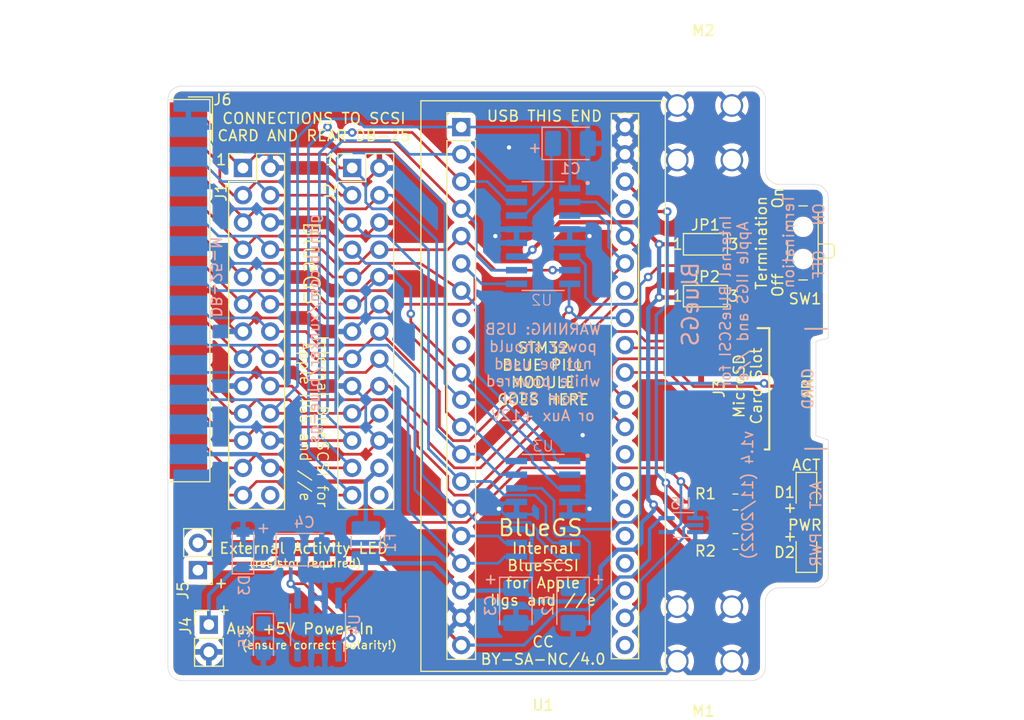
<source format=kicad_pcb>
(kicad_pcb (version 20211014) (generator pcbnew)
  (layers (0 "F.Cu" signal) (31 "B.Cu" signal) (34 "B.Paste" user) (35 "F.Paste" user) (36 "B.SilkS" user "B.Silkscreen") (37 "F.SilkS" user "F.Silkscreen") (38 "B.Mask" user) (39 "F.Mask" user) (44 "Edge.Cuts" user))
  (net 0 "")
  (net 12 "+5V")
  (net 13 "GND")
  (net 14 "/SCSI_DB4")
  (net 15 "/SCSI_DB2")
  (net 16 "/SCSI_DB1")
  (net 17 "/SCSI_DBP")
  (net 18 "/SCSI_SEL")
  (net 19 "/SCSI_ATN")
  (net 20 "/SCSI_C_D")
  (net 21 "/SCSI_DB7")
  (net 22 "/SCSI_DB6")
  (net 23 "/SCSI_DB5")
  (net 24 "/SCSI_DB3")
  (net 25 "/SCSI_DB0")
  (net 26 "/SCSI_BSY")
  (net 27 "/SCSI_ACK")
  (net 28 "/SCSI_RST")
  (net 29 "/SCSI_I_O")
  (net 30 "/SCSI_MSG")
  (net 31 "/SCSI_REQ")
  (net 32 "/SD_MISO")
  (net 33 "/SD_CSK")
  (net 34 "+3V3")
  (net 35 "/SD_MOSI")
  (net 36 "/SD_CS")
  (net 39 "Net-(D2-Pad2)")
  (net 40 "Net-(C1-Pad1)")
  (net 41 "Net-(C2-Pad1)")
  (net 42 "/TERM_DISC")
  (net 43 "Net-(D1-Pad1)")
  (net 44 "/DEBUG_RX")
  (net 45 "/DEBUG_TX")
  (net 46 "/+5V_AUX")
  (net 47 "Net-(C5-Pad1)")
  (net 48 "/TERM_EN")
  (net 49 "/TERM_DIS")
  (net 50 "/DISK_ACT")
  (net 51 "/SCSI_TERMPWR")
  (net 52 "Net-(D1-Pad2)")
  (footprint "my library:YAAJ_BluePill_2" (layer "F.Cu") (at 152.4 50.8)
    (fp_text reference "U1")
    (fp_text value "YAAJ_BluePill" hide)
  )
  (footprint "Button_Switch_SMD:SW_SPDT_PCM12" (layer "F.Cu") (at 183.896 61.595 90)
    (fp_text reference "SW1")
    (fp_text value "SW_SPDT")
  )
  (footprint "Resistor_SMD:R_0805_2012Metric_Pad1.20x1.40mm_HandSolder" (layer "F.Cu") (at 177.927 89.408 180)
    (fp_text reference "R2")
    (fp_text value "1K")
  )
  (footprint "LED_SMD:LED_0805_2012Metric_Pad1.15x1.40mm_HandSolder" (layer "F.Cu") (at 184.531 84.836 -90)
    (fp_text reference "D1")
    (fp_text value "LED")
  )
  (footprint "Jumper:SolderJumper-3_P1.3mm_Open_Pad1.0x1.5mm_NumberLabels" (layer "F.Cu") (at 175.133 66.548)
    (fp_text reference "JP2")
    (fp_text value "Jumper_3_Open")
  )
  (footprint "Jumper:SolderJumper-3_P1.3mm_Open_Pad1.0x1.5mm_NumberLabels" (layer "F.Cu") (at 175.133 61.722)
    (fp_text reference "JP1")
    (fp_text value "Jumper_3_Open")
  )
  (footprint "Resistor_SMD:R_0805_2012Metric_Pad1.20x1.40mm_HandSolder" (layer "F.Cu") (at 177.927 85.725)
    (fp_text reference "R1")
    (fp_text value "100")
  )
  (footprint "Connector_PinHeader_2.54mm:PinHeader_2x13_P2.54mm_Vertical" (layer "F.Cu") (at 132.08 54.61)
    (fp_text reference "J1")
    (fp_text value "Conn_02x13_Odd_Even")
  )
  (footprint "Connector_PinHeader_2.54mm:PinHeader_2x13_P2.54mm_Vertical" (layer "F.Cu") (at 142.24 54.61)
    (fp_text reference "J2")
    (fp_text value "Conn_02x13_Odd_Even")
  )
  (footprint "Connector_PinHeader_2.54mm:PinHeader_1x02_P2.54mm_Vertical" (layer "F.Cu") (at 128.905 97.155)
    (fp_text reference "J4")
    (fp_text value "Conn_01x02_Male")
  )
  (footprint "Connector_PinHeader_2.54mm:PinHeader_1x02_P2.54mm_Vertical" (layer "F.Cu") (at 127.889 92.075 180)
    (fp_text reference "J5")
    (fp_text value "Conn_01x02_Male")
  )
  (footprint "my library:keystone-7774" (layer "F.Cu") (at 180.771 100.561 180)
    (fp_text reference "M1")
    (fp_text value "Screw_Terminal_01x01")
  )
  (footprint "my library:keystone-7774" (layer "F.Cu") (at 180.771 53.871 180)
    (fp_text reference "M2")
    (fp_text value "Screw_Terminal_01x01")
  )
  (footprint "LED_SMD:LED_0805_2012Metric_Pad1.15x1.40mm_HandSolder" (layer "F.Cu") (at 184.531 90.424 90)
    (fp_text reference "D2")
    (fp_text value "LED")
  )
  (footprint "Molex 105162-0001:105162-0001" (layer "F.Cu") (at 174.625 75.184 90)
    (fp_text reference "J3")
    (fp_text value "105162-0001")
  )
  (footprint "Connector_Dsub:DSUB-25_Male_EdgeMount_P2.77mm" (layer "F.Cu") (at 127 66.04 -90)
    (fp_text reference "J6")
    (fp_text value "DB25_Male")
  )
  (footprint "Capacitor_Tantalum_SMD:CP_EIA-3528-21_Kemet-B_Pad1.50x2.35mm_HandSolder" (layer "B.Cu") (at 162.56 52.324)
    (fp_text reference "C1")
    (fp_text value "2.2uF, 6.3v")
  )
  (footprint "my library:SOIC127P600X175-16N" (layer "B.Cu") (at 160.02 86.36 180)
    (fp_text reference "U3")
    (fp_text value "UC560x, UCC56xx")
  )
  (footprint "Capacitor_Tantalum_SMD:CP_EIA-3528-21_Kemet-B_Pad1.50x2.35mm_HandSolder" (layer "B.Cu") (at 157.48 95.377 -90)
    (fp_text reference "C3")
    (fp_text value "4.7uF, 6.3v")
  )
  (footprint "Capacitor_Tantalum_SMD:CP_EIA-3528-21_Kemet-B_Pad1.50x2.35mm_HandSolder" (layer "B.Cu") (at 162.814 95.377 -90)
    (fp_text reference "C2")
    (fp_text value "2.2uF, 6.3v")
  )
  (footprint "my library:SOIC127P600X175-16N" (layer "B.Cu") (at 160.02 60.96 180)
    (fp_text reference "U2")
    (fp_text value "UC560x, UCC56xx")
  )
  (footprint "Fuse:Fuse_1210_3225Metric" (layer "B.Cu") (at 143.51 89.535 90)
    (fp_text reference "F1")
    (fp_text value "Fuse")
  )
  (footprint "Package_TO_SOT_SMD:SOT-353_SC-70-5_Handsoldering" (layer "B.Cu") (at 172.847 87.884 180)
    (fp_text reference "U5")
    (fp_text value "NL17SZ07DFT2G")
  )
  (footprint "Capacitor_Tantalum_SMD:CP_EIA-3528-21_Kemet-B_Pad1.50x2.35mm_HandSolder" (layer "B.Cu") (at 137.795 90.17)
    (fp_text reference "C4")
    (fp_text value "1uF")
  )
  (footprint "Diode_SMD:D_SOD-123" (layer "B.Cu") (at 132.08 90.17 90)
    (fp_text reference "D3")
    (fp_text value "Zener 5.6v")
  )
  (footprint "Capacitor_Tantalum_SMD:CP_EIA-3216-10_Kemet-I" (layer "B.Cu") (at 133.985 98.425 -90)
    (fp_text reference "C5")
    (fp_text value "0.1uF")
  )
  (footprint "Package_SO:SOIC-8_3.9x4.9mm_P1.27mm" (layer "B.Cu") (at 139.065 97.155 90)
    (fp_text reference "U4")
    (fp_text value "UCC3916")
  )
  (gr_line (start 184.404 69.596) (end 186.436 69.596) (layer "B.SilkS") (width 0.15))
  (gr_line (start 184.404 80.772) (end 186.436 80.772) (layer "B.SilkS") (width 0.15))
  (gr_line (start 184.404 80.772) (end 186.436 80.772) (layer "F.SilkS") (width 0.15))
  (gr_line (start 184.404 69.596) (end 186.436 69.596) (layer "F.SilkS") (width 0.15))
  (gr_line (start 186.563 79.9465) (end 186.563 92.456) (layer "Edge.Cuts") (width 0.05))
  (gr_line (start 125.095 101.092) (end 125.095 48.26) (layer "Edge.Cuts") (width 0.05))
  (gr_line (start 181.991 56.134) (end 185.293 56.134) (layer "Edge.Cuts") (width 0.05))
  (gr_line (start 180.721 94.996) (end 180.721 101.092) (layer "Edge.Cuts") (width 0.05))
  (gr_arc (start 185.293 56.134) (mid 186.191026 56.505974) (end 186.563 57.404) (layer "Edge.Cuts") (width 0.05))
  (gr_arc (start 186.563 92.456) (mid 186.191026 93.354026) (end 185.293 93.726) (layer "Edge.Cuts") (width 0.05))
  (gr_arc (start 181.991 56.134) (mid 181.092974 55.762026) (end 180.721 54.864) (layer "Edge.Cuts") (width 0.05))
  (gr_line (start 180.721 48.26) (end 180.721 54.864) (layer "Edge.Cuts") (width 0.05))
  (gr_arc (start 180.721 94.996) (mid 181.092974 94.097974) (end 181.991 93.726) (layer "Edge.Cuts") (width 0.05))
  (gr_line (start 181.991 93.726) (end 185.293 93.726) (layer "Edge.Cuts") (width 0.05))
  (gr_line (start 126.365 46.99) (end 179.451 46.99) (layer "Edge.Cuts") (width 0.05))
  (gr_line (start 179.451 102.362) (end 126.365 102.362) (layer "Edge.Cuts") (width 0.05))
  (gr_arc (start 126.365 102.362) (mid 125.466974 101.990026) (end 125.095 101.092) (layer "Edge.Cuts") (width 0.05))
  (gr_line (start 185.42 70.7644) (end 185.42 79.5655) (layer "Edge.Cuts") (width 0.05))
  (gr_arc (start 180.721 101.092) (mid 180.349026 101.990026) (end 179.451 102.362) (layer "Edge.Cuts") (width 0.05))
  (gr_arc (start 125.095 48.26) (mid 125.466974 47.361974) (end 126.365 46.99) (layer "Edge.Cuts") (width 0.05))
  (gr_line (start 186.563 57.404) (end 186.563 70.4596) (layer "Edge.Cuts") (width 0.05))
  (gr_line (start 185.42 70.7644) (end 186.563 70.4596) (layer "Edge.Cuts") (width 0.05))
  (gr_arc (start 179.451 46.99) (mid 180.349026 47.361974) (end 180.721 48.26) (layer "Edge.Cuts") (width 0.05))
  (gr_line (start 186.563 79.9465) (end 185.42 79.5655) (layer "Edge.Cuts") (width 0.05))
  (gr_text "ACT" (at 185.42 85.09 90) (layer "B.SilkS") (effects (font (size 1 1)) (justify mirror)))
  (gr_text "PWR" (at 185.42 90.17 90) (layer "B.SilkS") (effects (font (size 1 1)) (justify mirror)))
  (gr_text "ON   OFF" (at 185.674 61.468 90) (layer "B.SilkS") (effects (font (size 1 1)) (justify mirror)))
  (gr_text "github.com/xunker/blue-gs" (at 138.684 69.596 90) (layer "B.SilkS") (effects (font (size 1 1)) (justify mirror)))
  (gr_text "Internal BlueSCSI for\nApple IIGS and //e" (at 177.8 67.056 90) (layer "B.SilkS") (effects (font (size 1 1)) (justify mirror)))
  (gr_text "+" (at 133.985 88.265 -180) (layer "B.SilkS") (effects (font (size 1 1)) (justify mirror)))
  (gr_text "CARD" (at 184.658 75.184 90) (layer "B.SilkS") (effects (font (size 1 1)) (justify mirror)))
  (gr_text "Termination" (at 182.88 61.468 90) (layer "B.SilkS") (effects (font (size 1 1)) (justify mirror)))
  (gr_text "BlueGS" (at 173.736 67.31 90) (layer "B.SilkS") (effects (font (size 1.5 1.5) (thickness 0.2)) (justify mirror)))
  (gr_text "DB-25-M" (at 129.54 64.77 270) (layer "B.SilkS") (effects (font (size 1 1)) (justify mirror)))
  (gr_text "+" (at 159.258 52.705) (layer "B.SilkS") (effects (font (size 1 1)) (justify mirror)))
  (gr_text "+" (at 155.067 92.964 90) (layer "B.SilkS") (effects (font (size 1 1)) (justify mirror)))
  (gr_text "+" (at 165.1 92.964 90) (layer "B.SilkS") (effects (font (size 1 1)) (justify mirror)))
  (gr_text "WARNING: USB\npower should\nnot be used\nwhile powered\nfrom SCSI\nor Aux +12V" (at 160.02 73.66) (layer "B.SilkS") (effects (font (size 1 1)) (justify mirror)))
  (gr_text "v1.4 (11/2022)" (at 179.07 85.09 90) (layer "B.SilkS") (effects (font (size 1 1)) (justify mirror)))
  (gr_text "Aux +5V Power In" (at 137.414 97.536) (layer "F.SilkS") (effects (font (size 1 1))))
  (gr_text "BlueGS" (at 138.43 63.5 270) (layer "F.SilkS") (effects (font (size 1.5 1.5))))
  (gr_text "+" (at 130.048 93.405 180) (layer "F.SilkS") (effects (font (size 1 1))))
  (gr_text "Internal BlueSCSI for\nApple IIGS and //e\n" (at 138.684 78.232 270) (layer "F.SilkS") (effects (font (size 1 1) (thickness 0.125))))
  (gr_text "PWR" (at 186.055 87.884) (layer "F.SilkS") (effects (font (size 1 1)) (justify right)))
  (gr_text "External Activity LED" (at 129.794 90.043) (layer "F.SilkS") (effects (font (size 1 1)) (justify left)))
  (gr_text "+" (at 183.007 88.9) (layer "F.SilkS") (effects (font (size 1 1))))
  (gr_text "MicroSD\nCard Slot" (at 179.07 74.93 90) (layer "F.SilkS") (effects (font (size 1 1))))
  (gr_text "CARD" (at 184.658 75.184 90) (layer "F.SilkS") (effects (font (size 1 1))))
  (gr_text "CONNECTIONS TO SCSI\nCARD AND REAR DB-25" (at 138.684 50.8) (layer "F.SilkS") (effects (font (size 1 1))))
  (gr_text "On" (at 181.864 57.404 90) (layer "F.SilkS") (effects (font (size 1 1))))
  (gr_text "Termination" (at 180.34 61.595 90) (layer "F.SilkS") (effects (font (size 1 1))))
  (gr_text "Internal\nBlueSCSI\nfor Apple\nIIgs and //e" (at 160.02 92.456) (layer "F.SilkS") (effects (font (size 1 1))))
  (gr_text "STM32\nBLUE PILL\nMODULE\nGOES HERE" (at 160.02 73.787) (layer "F.SilkS") (effects (font (size 1 1))))
  (gr_text "USB THIS END" (at 160.147 49.784) (layer "F.SilkS") (effects (font (size 1 1))))
  (gr_text "CC\nBY-SA-NC/4.0" (at 160.02 99.568) (layer "F.SilkS") (effects (font (size 1 1))))
  (gr_text "(resistor required)" (at 132.588 91.44) (layer "F.SilkS") (effects (font (size 0.75 0.75) (thickness 0.125)) (justify left)))
  (gr_text "+" (at 130.302 95.885 180) (layer "F.SilkS") (effects (font (size 1 1))))
  (gr_text "+" (at 183.007 86.233) (layer "F.SilkS") (effects (font (size 1 1))))
  (gr_text "BlueGS" (at 159.766 88.138) (layer "F.SilkS") (effects (font (size 1.5 1.5) (thickness 0.2))))
  (gr_text "1" (at 130.048 53.848) (layer "F.SilkS") (effects (font (size 1 1))))
  (gr_text "(ensure correct polarity!)" (at 139.192 99.06) (layer "F.SilkS") (effects (font (size 0.75 0.75) (thickness 0.125))))
  (gr_text "ACT" (at 185.928 82.296) (layer "F.SilkS") (effects (font (size 1 1)) (justify right)))
  (gr_text "1" (at 140.208 53.848) (layer "F.SilkS") (effects (font (size 1 1))))
  (gr_text "Off" (at 181.864 65.532 90) (layer "F.SilkS") (effects (font (size 1 1))))
  (segment (start 173.736 89.408) (end 170.307 85.979) (width 0.4) (layer "F.Cu") (net 12))
  (segment (start 159.02532 62.233641) (end 161.58796 59.671001) (width 0.4) (layer "F.Cu") (net 12))
  (segment (start 176.927 89.408) (end 173.736 89.408) (width 0.4) (layer "F.Cu") (net 12))
  (segment (start 161.58796 59.671001) (end 168.764001 59.671001) (width 0.4) (layer "F.Cu") (net 12))
  (segment (start 168.764001 59.671001) (end 170.815 61.722) (width 0.4) (layer "F.Cu") (net 12))
  (segment (start 173.579 66.675) (end 170.814998 66.675) (width 0.4) (layer "F.Cu") (net 12))
  (segment (start 173.833 61.722) (end 170.815 61.722) (width 0.4) (layer "F.Cu") (net 12))
  (segment (start 173.833 66.421) (end 173.579 66.675) (width 0.4) (layer "F.Cu") (net 12))
  (via (at 170.815 61.722) (size 0.8) (drill 0.4) (layers "F.Cu" "B.Cu") (net 12))
  (via (at 170.307 85.979) (size 0.8) (drill 0.4) (layers "F.Cu" "B.Cu") (net 12))
  (via (at 159.02532 62.233641) (size 0.8) (drill 0.4) (layers "F.Cu" "B.Cu") (net 12))
  (via (at 170.814998 66.675) (size 0.8) (drill 0.4) (layers "F.Cu" "B.Cu") (net 12))
  (segment (start 149.86 91.44) (end 152.4 93.98) (width 0.4) (layer "B.Cu") (net 12))
  (segment (start 143.51 92.14) (end 143.51 90.935) (width 0.4) (layer "B.Cu") (net 12))
  (segment (start 143.51 90.805) (end 144.145 90.805) (width 0.4) (layer "B.Cu") (net 12))
  (segment (start 157.545 88.265) (end 158.4265 88.265) (width 0.4) (layer "B.Cu") (net 12))
  (segment (start 157.545 62.865) (end 158.393961 62.865) (width 0.4) (layer "B.Cu") (net 12))
  (segment (start 165.354 93.599) (end 165.354 91.7879) (width 0.4) (layer "B.Cu") (net 12))
  (segment (start 169.164 89.535) (end 169.164 87.687685) (width 0.4) (layer "B.Cu") (net 12))
  (segment (start 157.48 93.752) (end 158.014 93.752) (width 0.4) (layer "B.Cu") (net 12))
  (segment (start 144.78 91.44) (end 149.86 91.44) (width 0.4) (layer "B.Cu") (net 12))
  (segment (start 158.929511 88.768011) (end 158.929511 92.784489) (width 0.4) (layer "B.Cu") (net 12))
  (segment (start 158.929511 92.784489) (end 157.734 93.98) (width 0.4) (layer "B.Cu") (net 12))
  (segment (start 169.799 85.471) (end 170.307 85.979) (width 0.4) (layer "B.Cu") (net 12))
  (segment (start 166.9719 90.17) (end 168.529 90.17) (width 0.4) (layer "B.Cu") (net 12))
  (segment (start 157.734 93.98) (end 152.4 93.98) (width 0.4) (layer "B.Cu") (net 12))
  (segment (start 158.393961 62.865) (end 159.02532 62.233641) (width 0.4) (layer "B.Cu") (net 12))
  (segment (start 158.014 93.752) (end 159.258 94.996) (width 0.4) (layer "B.Cu") (net 12))
  (segment (start 163.957 94.996) (end 165.354 93.599) (width 0.4) (layer "B.Cu") (net 12))
  (segment (start 165.354 91.7879) (end 166.9719 90.17) (width 0.4) (layer "B.Cu") (net 12))
  (segment (start 170.814998 61.722002) (end 170.815 61.722) (width 0.4) (layer "B.Cu") (net 12))
  (segment (start 140.97 94.68) (end 143.51 92.14) (width 0.4) (layer "B.Cu") (net 12))
  (segment (start 159.258 94.996) (end 163.957 94.996) (width 0.4) (layer "B.Cu") (net 12))
  (segment (start 144.145 90.805) (end 144.78 91.44) (width 0.4) (layer "B.Cu") (net 12))
  (segment (start 169.164 87.687685) (end 170.307 86.544685) (width 0.4) (layer "B.Cu") (net 12))
  (segment (start 158.4265 88.265) (end 158.929511 88.768011) (width 0.4) (layer "B.Cu") (net 12))
  (segment (start 170.307 86.544685) (end 170.307 85.979) (width 0.4) (layer "B.Cu") (net 12))
  (segment (start 169.799 67.690998) (end 169.799 85.471) (width 0.4) (layer "B.Cu") (net 12))
  (segment (start 170.814998 66.675) (end 170.814998 61.722002) (width 0.4) (layer "B.Cu") (net 12))
  (segment (start 170.814998 66.675) (end 169.799 67.690998) (width 0.4) (layer "B.Cu") (net 12))
  (segment (start 168.529 90.17) (end 169.164 89.535) (width 0.4) (layer "B.Cu") (net 12))
  (segment (start 134.62 64.77) (end 138.938 64.77) (width 0.25) (layer "F.Cu") (net 13))
  (segment (start 143.002 66.04) (end 144.272 64.77) (width 0.25) (layer "F.Cu") (net 13))
  (segment (start 138.938 64.77) (end 140.208 66.04) (width 0.25) (layer "F.Cu") (net 13))
  (segment (start 140.208 66.04) (end 143.002 66.04) (width 0.25) (layer "F.Cu") (net 13))
  (segment (start 144.272 64.77) (end 144.78 64.77) (width 0.25) (layer "F.Cu") (net 13))
  (segment (start 134.62 54.61) (end 139.954 54.61) (width 0.25) (layer "F.Cu") (net 13))
  (segment (start 139.954 54.61) (end 141.224 55.88) (width 0.25) (layer "F.Cu") (net 13))
  (segment (start 141.224 55.88) (end 143.51 55.88) (width 0.25) (layer "F.Cu") (net 13))
  (segment (start 143.51 55.88) (end 144.78 54.61) (width 0.25) (layer "F.Cu") (net 13))
  (segment (start 132.08 69.85) (end 133.35 68.58) (width 0.25) (layer "F.Cu") (net 13))
  (segment (start 138.176 68.58) (end 139.446 69.85) (width 0.25) (layer "F.Cu") (net 13))
  (segment (start 133.35 68.58) (end 138.176 68.58) (width 0.25) (layer "F.Cu") (net 13))
  (segment (start 139.446 69.85) (end 142.24 69.85) (width 0.25) (layer "F.Cu") (net 13))
  (segment (start 142.24 74.93) (end 138.176 74.93) (width 0.25) (layer "F.Cu") (net 13))
  (segment (start 138.176 74.93) (end 136.906 73.66) (width 0.25) (layer "F.Cu") (net 13))
  (segment (start 136.906 73.66) (end 133.35 73.66) (width 0.25) (layer "F.Cu") (net 13))
  (segment (start 133.35 73.66) (end 132.08 74.93) (width 0.25) (layer "F.Cu") (net 13))
  (segment (start 134.62 80.01) (end 135.636 80.01) (width 0.25) (layer "F.Cu") (net 13))
  (segment (start 135.636 80.01) (end 136.906 81.28) (width 0.25) (layer "F.Cu") (net 13))
  (segment (start 136.906 81.28) (end 143.51 81.28) (width 0.25) (layer "F.Cu") (net 13))
  (segment (start 143.51 81.28) (end 144.78 80.01) (width 0.25) (layer "F.Cu") (net 13))
  (segment (start 134.62 59.69) (end 139.954 59.69) (width 0.25) (layer "F.Cu") (net 13))
  (segment (start 141.224 60.96) (end 143.51 60.96) (width 0.25) (layer "F.Cu") (net 13))
  (segment (start 139.954 59.69) (end 141.224 60.96) (width 0.25) (layer "F.Cu") (net 13))
  (segment (start 143.51 60.96) (end 144.78 59.69) (width 0.25) (layer "F.Cu") (net 13))
  (segment (start 131.445 69.85) (end 130.175 68.58) (width 0.25) (layer "F.Cu") (net 13))
  (segment (start 130.175 68.58) (end 130.175 67.31) (width 0.25) (layer "F.Cu") (net 13))
  (segment (start 130.175 67.31) (end 128.905 66.04) (width 0.25) (layer "F.Cu") (net 13))
  (segment (start 132.08 69.85) (end 131.445 69.85) (width 0.25) (layer "F.Cu") (net 13))
  (segment (start 128.905 66.04) (end 127 66.04) (width 0.25) (layer "F.Cu") (net 13))
  (via (at 164.338 86.36) (size 0.8) (drill 0.4) (layers "F.Cu" "B.Cu") (net 13))
  (via (at 156.845 52.705) (size 0.8) (drill 0.4) (layers "F.Cu" "B.Cu") (net 13))
  (via (at 164.338 60.96) (size 0.8) (drill 0.4) (layers "F.Cu" "B.Cu") (net 13))
  (via (at 155.575 60.96) (size 0.8) (drill 0.4) (layers "F.Cu" "B.Cu") (net 13))
  (via (at 155.9052 86.36) (size 0.8) (drill 0.4) (layers "F.Cu" "B.Cu") (net 13))
  (via (at 163.703 79.502) (size 0.8) (drill 0.4) (layers "F.Cu" "B.Cu") (net 13))
  (segment (start 142.24 74.93) (end 143.51 76.2) (width 0.25) (layer "B.Cu") (net 13))
  (segment (start 143.51 76.2) (end 143.51 78.74) (width 0.25) (layer "B.Cu") (net 13))
  (segment (start 143.51 78.74) (end 144.78 80.01) (width 0.25) (layer "B.Cu") (net 13))
  (segment (start 144.78 64.77) (end 143.51 66.04) (width 0.25) (layer "B.Cu") (net 13))
  (segment (start 143.51 66.04) (end 143.51 68.58) (width 0.25) (layer "B.Cu") (net 13))
  (segment (start 134.62 80.01) (end 133.35 78.74) (width 0.25) (layer "B.Cu") (net 13))
  (segment (start 143.51 68.58) (end 143.4465 68.6435) (width 0.25) (layer "B.Cu") (net 13))
  (segment (start 157.545 60.325) (end 162.495 60.325) (width 0.25) (layer "B.Cu") (net 13))
  (segment (start 130.175 78.74) (end 129.94 78.505) (width 0.25) (layer "B.Cu") (net 13))
  (segment (start 129.54 62.23) (end 127.345 62.23) (width 0.25) (layer "B.Cu") (net 13))
  (segment (start 157.545 86.995) (end 156.5402 86.995) (width 0.25) (layer "B.Cu") (net 13))
  (segment (start 143.51 68.58) (end 146.304 68.58) (width 0.25) (layer "B.Cu") (net 13))
  (segment (start 127.345 62.23) (end 127 61.885) (width 0.25) (layer "B.Cu") (net 13))
  (segment (start 157.545 85.725) (end 156.5402 85.725) (width 0.25) (layer "B.Cu") (net 13))
  (segment (start 130.175 58.42) (end 130.175 57.15) (width 0.25) (layer "B.Cu") (net 13))
  (segment (start 134.62 59.69) (end 133.35 58.42) (width 0.25) (layer "B.Cu") (net 13))
  (segment (start 143.4465 68.6435) (end 142.24 69.85) (width 0.25) (layer "B.Cu") (net 13))
  (segment (start 156.5402 86.995) (end 155.9052 86.36) (width 0.25) (layer "B.Cu") (net 13))
  (segment (start 133.35 78.74) (end 130.175 78.74) (width 0.25) (layer "B.Cu") (net 13))
  (segment (start 134.62 64.77) (end 133.35 63.5) (width 0.25) (layer "B.Cu") (net 13))
  (segment (start 130.175 57.15) (end 129.37 56.345) (width 0.25) (layer "B.Cu") (net 13))
  (segment (start 157.545 85.725) (end 157.545 86.995) (width 0.25) (layer "B.Cu") (net 13))
  (segment (start 129.37 56.345) (end 127 56.345) (width 0.25) (layer "B.Cu") (net 13))
  (segment (start 130.81 63.5) (end 129.54 62.23) (width 0.25) (layer "B.Cu") (net 13))
  (segment (start 174.197 93.745) (end 172.461 95.481) (width 0.25) (layer "B.Cu") (net 13))
  (segment (start 133.35 63.5) (end 130.81 63.5) (width 0.25) (layer "B.Cu") (net 13))
  (segment (start 129.94 78.505) (end 127 78.505) (width 0.25) (layer "B.Cu") (net 13))
  (segment (start 156.5402 85.725) (end 155.9052 86.36) (width 0.25) (layer "B.Cu") (net 13))
  (segment (start 133.35 58.42) (end 130.175 58.42) (width 0.25) (layer "B.Cu") (net 13))
  (segment (start 174.197 88.58) (end 174.197 93.745) (width 0.25) (layer "B.Cu") (net 13))
  (segment (start 134.62 77.47) (end 136.144 77.47) (width 0.25) (layer "F.Cu") (net 14))
  (segment (start 136.144 77.47) (end 137.414 78.74) (width 0.25) (layer "F.Cu") (net 14))
  (segment (start 137.414 78.74) (end 143.51 78.74) (width 0.25) (layer "F.Cu") (net 14))
  (segment (start 143.51 78.74) (end 144.78 77.47) (width 0.25) (layer "F.Cu") (net 14))
  (segment (start 127.465 76.2) (end 133.35 76.2) (width 0.25) (layer "B.Cu") (net 14))
  (segment (start 137.16 74.93) (end 137.16 51.758998) (width 0.25) (layer "B.Cu") (net 14))
  (segment (start 137.16 51.758998) (end 138.880998 50.038) (width 0.25) (layer "B.Cu") (net 14))
  (segment (start 138.880998 50.038) (end 142.621 50.038) (width 0.25) (layer "B.Cu") (net 14))
  (segment (start 152.4 50.8) (end 162.052 50.8) (width 0.25) (layer "B.Cu") (net 14))
  (segment (start 162.495 51.243) (end 162.495 56.515) (width 0.25) (layer "B.Cu") (net 14))
  (segment (start 151.3 50.8) (end 152.4 50.8) (width 0.25) (layer "B.Cu") (net 14))
  (segment (start 127 75.735) (end 127.465 76.2) (width 0.25) (layer "B.Cu") (net 14))
  (segment (start 162.052 50.8) (end 162.495 51.243) (width 0.25) (layer "B.Cu") (net 14))
  (segment (start 133.35 76.2) (end 134.62 77.47) (width 0.25) (layer "B.Cu") (net 14))
  (segment (start 143.383 50.8) (end 151.3 50.8) (width 0.25) (layer "B.Cu") (net 14))
  (segment (start 142.621 50.038) (end 143.383 50.8) (width 0.25) (layer "B.Cu") (net 14))
  (segment (start 134.62 77.47) (end 137.16 74.93) (width 0.25) (layer "B.Cu") (net 14))
  (segment (start 136.62025 74.93) (end 137.89025 76.2) (width 0.25) (layer "F.Cu") (net 15))
  (segment (start 144.272 74.93) (end 144.78 74.93) (width 0.25) (layer "F.Cu") (net 15))
  (segment (start 137.89025 76.2) (end 143.002 76.2) (width 0.25) (layer "F.Cu") (net 15))
  (segment (start 134.62 74.93) (end 136.62025 74.93) (width 0.25) (layer "F.Cu") (net 15))
  (segment (start 143.002 76.2) (end 144.272 74.93) (width 0.25) (layer "F.Cu") (net 15))
  (segment (start 151.765 82.55) (end 154.178 82.55) (width 0.25) (layer "F.Cu") (net 15))
  (segment (start 149.352 78.613) (end 149.352 80.137) (width 0.25) (layer "F.Cu") (net 15))
  (segment (start 163.576 73.152) (end 163.576 69.303002) (width 0.25) (layer "F.Cu") (net 15))
  (segment (start 163.576 69.303002) (end 166.116 66.763002) (width 0.25) (layer "F.Cu") (net 15))
  (segment (start 154.178 82.55) (end 163.576 73.152) (width 0.25) (layer "F.Cu") (net 15))
  (segment (start 166.116 65.024) (end 167.64 63.5) (width 0.25) (layer "F.Cu") (net 15))
  (segment (start 144.78 74.93) (end 145.669 74.93) (width 0.25) (layer "F.Cu") (net 15))
  (segment (start 149.352 80.137) (end 151.765 82.55) (width 0.25) (layer "F.Cu") (net 15))
  (segment (start 166.116 66.763002) (end 166.116 65.024) (width 0.25) (layer "F.Cu") (net 15))
  (segment (start 145.669 74.93) (end 149.352 78.613) (width 0.25) (layer "F.Cu") (net 15))
  (segment (start 166.116 59.944) (end 166.116 61.976) (width 0.25) (layer "B.Cu") (net 15))
  (segment (start 127 72.965) (end 127.695 73.66) (width 0.25) (layer "B.Cu") (net 15))
  (segment (start 162.495 59.055) (end 165.227 59.055) (width 0.25) (layer "B.Cu") (net 15))
  (segment (start 133.35 73.66) (end 134.62 74.93) (width 0.25) (layer "B.Cu") (net 15))
  (segment (start 165.227 59.055) (end 166.116 59.944) (width 0.25) (layer "B.Cu") (net 15))
  (segment (start 166.116 61.976) (end 167.64 63.5) (width 0.25) (layer "B.Cu") (net 15))
  (segment (start 127.695 73.66) (end 133.35 73.66) (width 0.25) (layer "B.Cu") (net 15))
  (segment (start 137.16 72.39) (end 138.43 73.66) (width 0.25) (layer "F.Cu") (net 16))
  (segment (start 138.43 73.66) (end 143.51 73.66) (width 0.25) (layer "F.Cu") (net 16))
  (segment (start 134.62 72.39) (end 137.16 72.39) (width 0.25) (layer "F.Cu") (net 16))
  (segment (start 143.51 73.66) (end 144.78 72.39) (width 0.25) (layer "F.Cu") (net 16))
  (segment (start 144.78 72.39) (end 147.447 75.057) (width 0.25) (layer "B.Cu") (net 16))
  (segment (start 156.464 90.805) (end 157.545 90.805) (width 0.25) (layer "B.Cu") (net 16))
  (segment (start 147.447 86.487) (end 152.4 91.44) (width 0.25) (layer "B.Cu") (net 16))
  (segment (start 152.4 91.44) (end 155.829 91.44) (width 0.25) (layer "B.Cu") (net 16))
  (segment (start 128.778 71.12) (end 133.35 71.12) (width 0.25) (layer "B.Cu") (net 16))
  (segment (start 147.447 75.057) (end 147.447 86.487) (width 0.25) (layer "B.Cu") (net 16))
  (segment (start 133.35 71.12) (end 134.62 72.39) (width 0.25) (layer "B.Cu") (net 16))
  (segment (start 127 70.195) (end 127.853 70.195) (width 0.25) (layer "B.Cu") (net 16))
  (segment (start 127.853 70.195) (end 128.778 71.12) (width 0.25) (layer "B.Cu") (net 16))
  (segment (start 155.829 91.44) (end 156.464 90.805) (width 0.25) (layer "B.Cu") (net 16))
  (segment (start 143.51 71.12) (end 144.78 69.85) (width 0.25) (layer "F.Cu") (net 17))
  (segment (start 134.62 69.85) (end 137.922 69.85) (width 0.25) (layer "F.Cu") (net 17))
  (segment (start 137.922 69.85) (end 139.192 71.12) (width 0.25) (layer "F.Cu") (net 17))
  (segment (start 139.192 71.12) (end 143.51 71.12) (width 0.25) (layer "F.Cu") (net 17))
  (segment (start 153.162 80.01) (end 161.925 71.247) (width 0.25) (layer "F.Cu") (net 17))
  (segment (start 161.925 71.247) (end 161.925 68.326) (width 0.25) (layer "F.Cu") (net 17))
  (segment (start 151.638 80.01) (end 153.162 80.01) (width 0.25) (layer "F.Cu") (net 17))
  (segment (start 161.925 68.326) (end 162.433 67.818) (width 0.25) (layer "F.Cu") (net 17))
  (segment (start 150.368 75.438) (end 150.368 78.74) (width 0.25) (layer "F.Cu") (net 17))
  (segment (start 144.78 69.85) (end 150.368 75.438) (width 0.25) (layer "F.Cu") (net 17))
  (segment (start 150.368 78.74) (end 151.638 80.01) (width 0.25) (layer "F.Cu") (net 17))
  (via (at 162.433 67.818) (size 0.8) (drill 0.4) (layers "F.Cu" "B.Cu") (net 17))
  (segment (start 129.038 68.58) (end 133.35 68.58) (width 0.25) (layer "B.Cu") (net 17))
  (segment (start 127.883 67.425) (end 129.038 68.58) (width 0.25) (layer "B.Cu") (net 17))
  (segment (start 162.433 65.659) (end 162.433 67.818) (width 0.25) (layer "B.Cu") (net 17))
  (segment (start 167.64 68.58) (end 163.195 68.58) (width 0.25) (layer "B.Cu") (net 17))
  (segment (start 162.56 65.532) (end 162.433 65.659) (width 0.25) (layer "B.Cu") (net 17))
  (segment (start 163.195 68.58) (end 162.433 67.818) (width 0.25) (layer "B.Cu") (net 17))
  (segment (start 127 67.425) (end 127.883 67.425) (width 0.25) (layer "B.Cu") (net 17))
  (segment (start 133.35 68.58) (end 134.62 69.85) (width 0.25) (layer "B.Cu") (net 17))
  (segment (start 134.62 67.31) (end 138.43 67.31) (width 0.25) (layer "F.Cu") (net 18))
  (segment (start 138.43 67.31) (end 139.7 68.58) (width 0.25) (layer "F.Cu") (net 18))
  (segment (start 139.7 68.58) (end 143.51 68.58) (width 0.25) (layer "F.Cu") (net 18))
  (segment (start 143.51 68.58) (end 144.78 67.31) (width 0.25) (layer "F.Cu") (net 18))
  (segment (start 151.003 77.343) (end 152.4 78.74) (width 0.25) (layer "F.Cu") (net 18))
  (segment (start 144.78 67.31) (end 151.003 73.533) (width 0.25) (layer "F.Cu") (net 18))
  (segment (start 151.003 73.533) (end 151.003 77.343) (width 0.25) (layer "F.Cu") (net 18))
  (segment (start 153.385 78.74) (end 156.56 81.915) (width 0.25) (layer "B.Cu") (net 18))
  (segment (start 156.56 81.915) (end 157.545 81.915) (width 0.25) (layer "B.Cu") (net 18))
  (segment (start 127.901 64.655) (end 129.286 66.04) (width 0.25) (layer "B.Cu") (net 18))
  (segment (start 133.35 66.04) (end 134.62 67.31) (width 0.25) (layer "B.Cu") (net 18))
  (segment (start 129.286 66.04) (end 133.35 66.04) (width 0.25) (layer "B.Cu") (net 18))
  (segment (start 152.4 78.74) (end 153.385 78.74) (width 0.25) (layer "B.Cu") (net 18))
  (segment (start 127 64.655) (end 127.901 64.655) (width 0.25) (layer "B.Cu") (net 18))
  (segment (start 144.14359 62.23) (end 144.78 62.23) (width 0.25) (layer "F.Cu") (net 19))
  (segment (start 140.716 63.5) (end 142.87359 63.5) (width 0.25) (layer "F.Cu") (net 19))
  (segment (start 134.62 62.23) (end 139.446 62.23) (width 0.25) (layer "F.Cu") (net 19))
  (segment (start 139.446 62.23) (end 140.716 63.5) (width 0.25) (layer "F.Cu") (net 19))
  (segment (start 142.87359 63.5) (end 144.14359 62.23) (width 0.25) (layer "F.Cu") (net 19))
  (segment (start 144.78 62.23) (end 151.13 62.23) (width 0.25) (layer "F.Cu") (net 19))
  (segment (start 152.4 60.96) (end 155.575 64.135) (width 0.25) (layer "F.Cu") (net 19))
  (segment (start 155.575 64.135) (end 160.909 64.135) (width 0.25) (layer "F.Cu") (net 19))
  (segment (start 151.13 62.23) (end 152.4 60.96) (width 0.25) (layer "F.Cu") (net 19))
  (via (at 160.909 64.135) (size 0.8) (drill 0.4) (layers "F.Cu" "B.Cu") (net 19))
  (segment (start 162.495 64.135) (end 160.909 64.135) (width 0.25) (layer "B.Cu") (net 19))
  (segment (start 133.35 60.96) (end 134.62 62.23) (width 0.25) (layer "B.Cu") (net 19))
  (segment (start 127 59.115) (end 127.949 59.115) (width 0.25) (layer "B.Cu") (net 19))
  (segment (start 127.949 59.115) (end 129.794 60.96) (width 0.25) (layer "B.Cu") (net 19))
  (segment (start 129.794 60.96) (end 133.35 60.96) (width 0.25) (layer "B.Cu") (net 19))
  (segment (start 134.62 57.15) (end 139.954 57.15) (width 0.25) (layer "F.Cu") (net 20))
  (segment (start 139.954 57.15) (end 141.224 58.42) (width 0.25) (layer "F.Cu") (net 20))
  (segment (start 141.224 58.42) (end 143.51 58.42) (width 0.25) (layer "F.Cu") (net 20))
  (segment (start 143.51 58.42) (end 144.78 57.15) (width 0.25) (layer "F.Cu") (net 20))
  (segment (start 133.35 55.88) (end 134.62 57.15) (width 0.25) (layer "B.Cu") (net 20))
  (segment (start 145.923 57.15) (end 150.114 61.341) (width 0.25) (layer "B.Cu") (net 20))
  (segment (start 154.051 81.28) (end 155.956 83.185) (width 0.25) (layer "B.Cu") (net 20))
  (segment (start 127.816666 53.575) (end 130.121666 55.88) (width 0.25) (layer "B.Cu") (net 20))
  (segment (start 155.956 83.185) (end 157.545 83.185) (width 0.25) (layer "B.Cu") (net 20))
  (segment (start 130.121666 55.88) (end 133.35 55.88) (width 0.25) (layer "B.Cu") (net 20))
  (segment (start 144.78 57.15) (end 145.923 57.15) (width 0.25) (layer "B.Cu") (net 20))
  (segment (start 150.114 61.341) (end 150.114 78.994) (width 0.25) (layer "B.Cu") (net 20))
  (segment (start 152.4 81.28) (end 154.051 81.28) (width 0.25) (layer "B.Cu") (net 20))
  (segment (start 127 53.575) (end 127.816666 53.575) (width 0.25) (layer "B.Cu") (net 20))
  (segment (start 150.114 78.994) (end 152.4 81.28) (width 0.25) (layer "B.Cu") (net 20))
  (segment (start 141.29301 52.13901) (end 139.954 50.8) (width 0.25) (layer "F.Cu") (net 21))
  (segment (start 136.525 85.09) (end 142.24 85.09) (width 0.25) (layer "F.Cu") (net 21))
  (segment (start 132.08 85.09) (end 133.35 83.82) (width 0.25) (layer "F.Cu") (net 21))
  (segment (start 152.4 58.42) (end 146.11901 52.13901) (width 0.25) (layer "F.Cu") (net 21))
  (segment (start 130.175 85.09) (end 132.08 85.09) (width 0.25) (layer "F.Cu") (net 21))
  (segment (start 135.255 83.82) (end 136.525 85.09) (width 0.25) (layer "F.Cu") (net 21))
  (segment (start 127 82.66) (end 127.745 82.66) (width 0.25) (layer "F.Cu") (net 21))
  (segment (start 133.35 83.82) (end 135.255 83.82) (width 0.25) (layer "F.Cu") (net 21))
  (segment (start 127.745 82.66) (end 130.175 85.09) (width 0.25) (layer "F.Cu") (net 21))
  (segment (start 146.11901 52.13901) (end 141.29301 52.13901) (width 0.25) (layer "F.Cu") (net 21))
  (via (at 139.954 50.8) (size 0.8) (drill 0.4) (layers "F.Cu" "B.Cu") (net 21))
  (segment (start 152.4 58.42) (end 153.797 59.817) (width 0.25) (layer "B.Cu") (net 21))
  (segment (start 155.2067 64.135) (end 157.545 64.135) (width 0.25) (layer "B.Cu") (net 21))
  (segment (start 138.176 52.578) (end 139.954 50.8) (width 0.25) (layer "B.Cu") (net 21))
  (segment (start 153.797 59.817) (end 153.797 62.7253) (width 0.25) (layer "B.Cu") (net 21))
  (segment (start 142.24 85.09) (end 138.176 81.026) (width 0.25) (layer "B.Cu") (net 21))
  (segment (start 138.176 81.026) (end 138.176 52.578) (width 0.25) (layer "B.Cu") (net 21))
  (segment (start 153.797 62.7253) (end 155.2067 64.135) (width 0.25) (layer "B.Cu") (net 21))
  (segment (start 133.35 81.28) (end 135.763 81.28) (width 0.25) (layer "F.Cu") (net 22))
  (segment (start 130.556 82.55) (end 132.08 82.55) (width 0.25) (layer "F.Cu") (net 22))
  (segment (start 127 79.89) (end 127.896 79.89) (width 0.25) (layer "F.Cu") (net 22))
  (segment (start 147.828 51.308) (end 152.4 55.88) (width 0.25) (layer "F.Cu") (net 22))
  (segment (start 132.08 82.55) (end 133.35 81.28) (width 0.25) (layer "F.Cu") (net 22))
  (segment (start 142.24 51.308) (end 147.828 51.308) (width 0.25) (layer "F.Cu") (net 22))
  (segment (start 137.033 82.55) (end 142.24 82.55) (width 0.25) (layer "F.Cu") (net 22))
  (segment (start 135.763 81.28) (end 137.033 82.55) (width 0.25) (layer "F.Cu") (net 22))
  (segment (start 127.896 79.89) (end 130.556 82.55) (width 0.25) (layer "F.Cu") (net 22))
  (via (at 142.24 51.308) (size 0.8) (drill 0.4) (layers "F.Cu" "B.Cu") (net 22))
  (segment (start 142.24 51.308) (end 141.097 51.308) (width 0.25) (layer "B.Cu") (net 22))
  (segment (start 154.813 55.88) (end 156.718 57.785) (width 0.25) (layer "B.Cu") (net 22))
  (segment (start 152.4 55.88) (end 154.813 55.88) (width 0.25) (layer "B.Cu") (net 22))
  (segment (start 141.097 51.308) (end 139.192 53.213) (width 0.25) (layer "B.Cu") (net 22))
  (segment (start 139.192 79.502) (end 142.24 82.55) (width 0.25) (layer "B.Cu") (net 22))
  (segment (start 139.192 53.213) (end 139.192 79.502) (width 0.25) (layer "B.Cu") (net 22))
  (segment (start 156.718 57.785) (end 157.545 57.785) (width 0.25) (layer "B.Cu") (net 22))
  (segment (start 132.08 80.01) (end 133.35 78.74) (width 0.25) (layer "F.Cu") (net 23))
  (segment (start 133.35 78.74) (end 135.89 78.74) (width 0.25) (layer "F.Cu") (net 23))
  (segment (start 137.16 80.01) (end 142.24 80.01) (width 0.25) (layer "F.Cu") (net 23))
  (segment (start 135.89 78.74) (end 137.16 80.01) (width 0.25) (layer "F.Cu") (net 23))
  (segment (start 127 77.12) (end 127.92 77.12) (width 0.25) (layer "F.Cu") (net 23))
  (segment (start 127.92 77.12) (end 130.81 80.01) (width 0.25) (layer "F.Cu") (net 23))
  (segment (start 130.81 80.01) (end 132.08 80.01) (width 0.25) (layer "F.Cu") (net 23))
  (segment (start 142.24 80.01) (end 139.954 77.724) (width 0.25) (layer "B.Cu") (net 23))
  (segment (start 147.574 53.34) (end 152.4 53.34) (width 0.25) (layer "B.Cu") (net 23))
  (segment (start 156.718 56.515) (end 157.545 56.515) (width 0.25) (layer "B.Cu") (net 23))
  (segment (start 153.543 53.34) (end 156.718 56.515) (width 0.25) (layer "B.Cu") (net 23))
  (segment (start 152.4 53.34) (end 153.543 53.34) (width 0.25) (layer "B.Cu") (net 23))
  (segment (start 146.304 52.07) (end 147.574 53.34) (width 0.25) (layer "B.Cu") (net 23))
  (segment (start 141.351 52.07) (end 146.304 52.07) (width 0.25) (layer "B.Cu") (net 23))
  (segment (start 139.954 53.467) (end 141.351 52.07) (width 0.25) (layer "B.Cu") (net 23))
  (segment (start 139.954 77.724) (end 139.954 53.467) (width 0.25) (layer "B.Cu") (net 23))
  (segment (start 132.08 77.47) (end 133.35 76.2) (width 0.25) (layer "F.Cu") (net 24))
  (segment (start 136.398 76.2) (end 137.668 77.47) (width 0.25) (layer "F.Cu") (net 24))
  (segment (start 133.35 76.2) (end 136.398 76.2) (width 0.25) (layer "F.Cu") (net 24))
  (segment (start 137.668 77.47) (end 142.24 77.47) (width 0.25) (layer "F.Cu") (net 24))
  (segment (start 132.08 77.47) (end 131.064 77.47) (width 0.25) (layer "F.Cu") (net 24))
  (segment (start 142.24 77.47) (end 142.767499 77.47) (width 0.25) (layer "F.Cu") (net 24))
  (segment (start 168.91 62.23) (end 167.64 60.96) (width 0.25) (layer "F.Cu") (net 24))
  (segment (start 148.336 80.518) (end 151.13 83.312) (width 0.25) (layer "F.Cu") (net 24))
  (segment (start 151.765 85.09) (end 153.162 85.09) (width 0.25) (layer "F.Cu") (net 24))
  (segment (start 144.037499 76.2) (end 145.287295 76.2) (width 0.25) (layer "F.Cu") (net 24))
  (segment (start 164.592 73.66) (end 164.592 69.699) (width 0.25) (layer "F.Cu") (net 24))
  (segment (start 168.91 66.802) (end 168.91 62.23) (width 0.25) (layer "F.Cu") (net 24))
  (segment (start 142.767499 77.47) (end 144.037499 76.2) (width 0.25) (layer "F.Cu") (net 24))
  (segment (start 153.162 85.09) (end 164.592 73.66) (width 0.25) (layer "F.Cu") (net 24))
  (segment (start 151.13 83.312) (end 151.13 84.455) (width 0.25) (layer "F.Cu") (net 24))
  (segment (start 148.336 79.248705) (end 148.336 80.518) (width 0.25) (layer "F.Cu") (net 24))
  (segment (start 164.592 69.699) (end 166.981 67.31) (width 0.25) (layer "F.Cu") (net 24))
  (segment (start 166.981 67.31) (end 168.402 67.31) (width 0.25) (layer "F.Cu") (net 24))
  (segment (start 131.064 77.47) (end 127.944 74.35) (width 0.25) (layer "F.Cu") (net 24))
  (segment (start 151.13 84.455) (end 151.765 85.09) (width 0.25) (layer "F.Cu") (net 24))
  (segment (start 127.944 74.35) (end 127 74.35) (width 0.25) (layer "F.Cu") (net 24))
  (segment (start 168.402 67.31) (end 168.91 66.802) (width 0.25) (layer "F.Cu") (net 24))
  (segment (start 145.287295 76.2) (end 148.336 79.248705) (width 0.25) (layer "F.Cu") (net 24))
  (segment (start 167.64 60.452) (end 167.64 60.96) (width 0.25) (layer "B.Cu") (net 24))
  (segment (start 164.973 57.785) (end 167.64 60.452) (width 0.25) (layer "B.Cu") (net 24))
  (segment (start 162.495 57.785) (end 164.973 57.785) (width 0.25) (layer "B.Cu") (net 24))
  (segment (start 132.08 72.39) (end 133.35 71.12) (width 0.25) (layer "F.Cu") (net 25))
  (segment (start 133.35 71.12) (end 137.58792 71.12) (width 0.25) (layer "F.Cu") (net 25))
  (segment (start 137.58792 71.12) (end 138.85792 72.39) (width 0.25) (layer "F.Cu") (net 25))
  (segment (start 138.85792 72.39) (end 142.24 72.39) (width 0.25) (layer "F.Cu") (net 25))
  (segment (start 128.5 68.81) (end 127 68.81) (width 0.25) (layer "F.Cu") (net 25))
  (segment (start 132.08 72.39) (end 128.5 68.81) (width 0.25) (layer "F.Cu") (net 25))
  (segment (start 155.829 88.9) (end 156.464 89.535) (width 0.25) (layer "B.Cu") (net 25))
  (segment (start 148.082 73.66) (end 148.082 84.582) (width 0.25) (layer "B.Cu") (net 25))
  (segment (start 143.51 71.12) (end 145.542 71.12) (width 0.25) (layer "B.Cu") (net 25))
  (segment (start 145.542 71.12) (end 148.082 73.66) (width 0.25) (layer "B.Cu") (net 25))
  (segment (start 148.082 84.582) (end 152.4 88.9) (width 0.25) (layer "B.Cu") (net 25))
  (segment (start 156.464 89.535) (end 157.545 89.535) (width 0.25) (layer "B.Cu") (net 25))
  (segment (start 142.24 72.39) (end 143.51 71.12) (width 0.25) (layer "B.Cu") (net 25))
  (segment (start 152.4 88.9) (end 155.829 88.9) (width 0.25) (layer "B.Cu") (net 25))
  (segment (start 132.08 67.31) (end 133.35 66.04) (width 0.25) (layer "F.Cu") (net 26))
  (segment (start 133.35 66.04) (end 138.684 66.04) (width 0.25) (layer "F.Cu") (net 26))
  (segment (start 139.954 67.31) (end 142.24 67.31) (width 0.25) (layer "F.Cu") (net 26))
  (segment (start 138.684 66.04) (end 139.954 67.31) (width 0.25) (layer "F.Cu") (net 26))
  (segment (start 144.027749 66.04) (end 145.415 66.04) (width 0.25) (layer "F.Cu") (net 26))
  (segment (start 153.142501 67.31) (end 153.67 66.782501) (width 0.25) (layer "F.Cu") (net 26))
  (segment (start 153.67 66.782501) (end 153.67 64.77) (width 0.25) (layer "F.Cu") (net 26))
  (segment (start 128.04 63.27) (end 132.08 67.31) (width 0.25) (layer "F.Cu") (net 26))
  (segment (start 153.67 64.77) (end 152.4 63.5) (width 0.25) (layer "F.Cu") (net 26))
  (segment (start 127 63.27) (end 128.04 63.27) (width 0.25) (layer "F.Cu") (net 26))
  (segment (start 146.685 67.31) (end 153.142501 67.31) (width 0.25) (layer "F.Cu") (net 26))
  (segment (start 145.415 66.04) (end 146.685 67.31) (width 0.25) (layer "F.Cu") (net 26))
  (segment (start 142.24 67.31) (end 142.757749 67.31) (width 0.25) (layer "F.Cu") (net 26))
  (segment (start 142.757749 67.31) (end 144.027749 66.04) (width 0.25) (layer "F.Cu") (net 26))
  (segment (start 154.305 65.405) (end 152.4 63.5) (width 0.25) (layer "B.Cu") (net 26))
  (segment (start 157.545 65.405) (end 154.305 65.405) (width 0.25) (layer "B.Cu") (net 26))
  (segment (start 132.08 64.77) (end 133.35 63.5) (width 0.25) (layer "F.Cu") (net 27))
  (segment (start 133.35 63.5) (end 139.192 63.5) (width 0.25) (layer "F.Cu") (net 27))
  (segment (start 140.462 64.77) (end 142.24 64.77) (width 0.25) (layer "F.Cu") (net 27))
  (segment (start 139.192 63.5) (end 140.462 64.77) (width 0.25) (layer "F.Cu") (net 27))
  (segment (start 146.05 63.5) (end 148.59 63.5) (width 0.25) (layer "F.Cu") (net 27))
  (segment (start 144.018 63.5) (end 146.05 63.5) (width 0.25) (layer "F.Cu") (net 27))
  (segment (start 148.59 63.5) (end 152.4 66.04) (width 0.25) (layer "F.Cu") (net 27))
  (segment (start 132.08 64.763334) (end 132.08 64.77) (width 0.25) (layer "F.Cu") (net 27))
  (segment (start 127 60.5) (end 127.816666 60.5) (width 0.25) (layer "F.Cu") (net 27))
  (segment (start 142.748 64.77) (end 144.018 63.5) (width 0.25) (layer "F.Cu") (net 27))
  (segment (start 142.24 64.77) (end 142.748 64.77) (width 0.25) (layer "F.Cu") (net 27))
  (segment (start 127.816666 60.5) (end 132.08 64.763334) (width 0.25) (layer "F.Cu") (net 27))
  (segment (start 152.4 66.04) (end 153.924 67.564) (width 0.25) (layer "B.Cu") (net 27))
  (segment (start 161.036 81.534) (end 161.417 81.915) (width 0.25) (layer "B.Cu") (net 27))
  (segment (start 153.924 73.914) (end 161.036 81.026) (width 0.25) (layer "B.Cu") (net 27))
  (segment (start 161.417 81.915) (end 162.495 81.915) (width 0.25) (layer "B.Cu") (net 27))
  (segment (start 161.036 81.026) (end 161.036 81.534) (width 0.25) (layer "B.Cu") (net 27))
  (segment (start 153.924 67.564) (end 153.924 73.914) (width 0.25) (layer "B.Cu") (net 27))
  (segment (start 132.08 62.23) (end 133.35 60.96) (width 0.25) (layer "F.Cu") (net 28))
  (segment (start 133.35 60.96) (end 139.683949 60.96) (width 0.25) (layer "F.Cu") (net 28))
  (segment (start 139.683949 60.96) (end 140.953949 62.23) (width 0.25) (layer "F.Cu") (net 28))
  (segment (start 140.953949 62.23) (end 142.24 62.23) (width 0.25) (layer "F.Cu") (net 28))
  (segment (start 132.08 61.993334) (end 132.08 62.23) (width 0.25) (layer "F.Cu") (net 28))
  (segment (start 127.816666 57.73) (end 132.08 61.993334) (width 0.25) (layer "F.Cu") (net 28))
  (segment (start 152.4 73.66) (end 147.701 68.961) (width 0.25) (layer "F.Cu") (net 28))
  (segment (start 127 57.73) (end 127.816666 57.73) (width 0.25) (layer "F.Cu") (net 28))
  (segment (start 147.701 68.961) (end 147.701 68.199) (width 0.25) (layer "F.Cu") (net 28))
  (via (at 147.701 68.199) (size 0.8) (drill 0.4) (layers "F.Cu" "B.Cu") (net 28))
  (segment (start 145.542 63.5) (end 147.701 65.659) (width 0.25) (layer "B.Cu") (net 28))
  (segment (start 147.701 65.659) (end 147.701 68.199) (width 0.25) (layer "B.Cu") (net 28))
  (segment (start 152.4 73.66) (end 160.02 81.28) (width 0.25) (layer "B.Cu") (net 28))
  (segment (start 142.24 62.23) (end 143.51 63.5) (width 0.25) (layer "B.Cu") (net 28))
  (segment (start 160.02 81.788) (end 161.417 83.185) (width 0.25) (layer "B.Cu") (net 28))
  (segment (start 161.417 83.185) (end 162.495 83.185) (width 0.25) (layer "B.Cu") (net 28))
  (segment (start 143.51 63.5) (end 145.542 63.5) (width 0.25) (layer "B.Cu") (net 28))
  (segment (start 160.02 81.28) (end 160.02 81.788) (width 0.25) (layer "B.Cu") (net 28))
  (segment (start 132.08 59.69) (end 133.35 58.42) (width 0.25) (layer "F.Cu") (net 29))
  (segment (start 133.35 58.42) (end 140.07959 58.42) (width 0.25) (layer "F.Cu") (net 29))
  (segment (start 140.07959 58.42) (end 141.34959 59.69) (width 0.25) (layer "F.Cu") (net 29))
  (segment (start 141.34959 59.69) (end 142.24 59.69) (width 0.25) (layer "F.Cu") (net 29))
  (segment (start 127 54.96) (end 127.816666 54.96) (width 0.25) (layer "F.Cu") (net 29))
  (segment (start 132.08 59.223334) (end 132.08 59.69) (width 0.25) (layer "F.Cu") (net 29))
  (segment (start 127.816666 54.96) (end 132.08 59.223334) (width 0.25) (layer "F.Cu") (net 29))
  (segment (start 159.512 89.057) (end 161.26 90.805) (width 0.25) (layer "B.Cu") (net 29))
  (segment (start 143.51 60.96) (end 145.542 60.96) (width 0.25) (layer "B.Cu") (net 29))
  (segment (start 148.717 83.185) (end 151.892 86.36) (width 0.25) (layer "B.Cu") (net 29))
  (segment (start 151.892 86.36) (end 152.4 86.36) (width 0.25) (layer "B.Cu") (net 29))
  (segment (start 152.654 86.36) (end 153.924 87.63) (width 0.25) (layer "B.Cu") (net 29))
  (segment (start 161.26 90.805) (end 162.495 90.805) (width 0.25) (layer "B.Cu") (net 29))
  (segment (start 158.780002 87.63) (end 159.512 88.361998) (width 0.25) (layer "B.Cu") (net 29))
  (segment (start 152.4 86.36) (end 152.654 86.36) (width 0.25) (layer "B.Cu") (net 29))
  (segment (start 142.24 59.69) (end 143.51 60.96) (width 0.25) (layer "B.Cu") (net 29))
  (segment (start 148.717 64.135) (end 148.717 83.185) (width 0.25) (layer "B.Cu") (net 29))
  (segment (start 145.542 60.96) (end 148.717 64.135) (width 0.25) (layer "B.Cu") (net 29))
  (segment (start 153.924 87.63) (end 158.780002 87.63) (width 0.25) (layer "B.Cu") (net 29))
  (segment (start 159.512 88.361998) (end 159.512 89.057) (width 0.25) (layer "B.Cu") (net 29))
  (segment (start 132.08 57.15) (end 133.35 55.88) (width 0.25) (layer "F.Cu") (net 30))
  (segment (start 133.35 55.88) (end 139.95259 55.88) (width 0.25) (layer "F.Cu") (net 30))
  (segment (start 139.95259 55.88) (end 141.22259 57.15) (width 0.25) (layer "F.Cu") (net 30))
  (segment (start 141.22259 57.15) (end 142.24 57.15) (width 0.25) (layer "F.Cu") (net 30))
  (segment (start 129.921 54.229) (end 129.921 55.88) (width 0.25) (layer "F.Cu") (net 30))
  (segment (start 127.882 52.19) (end 129.921 54.229) (width 0.25) (layer "F.Cu") (net 30))
  (segment (start 127 52.19) (end 127.882 52.19) (width 0.25) (layer "F.Cu") (net 30))
  (segment (start 129.921 55.88) (end 131.191 57.15) (width 0.25) (layer "F.Cu") (net 30))
  (segment (start 131.191 57.15) (end 132.08 57.15) (width 0.25) (layer "F.Cu") (net 30))
  (segment (start 159.004 81.534) (end 159.004 82.026999) (width 0.25) (layer "B.Cu") (net 30))
  (segment (start 140.843 55.753) (end 140.843 53.721998) (width 0.25) (layer "B.Cu") (net 30))
  (segment (start 152.4 76.2) (end 153.67 76.2) (width 0.25) (layer "B.Cu") (net 30))
  (segment (start 153.67 76.2) (end 159.004 81.534) (width 0.25) (layer "B.Cu") (net 30))
  (segment (start 146.05 53.213) (end 150.876 58.039) (width 0.25) (layer "B.Cu") (net 30))
  (segment (start 150.876 58.039) (end 150.876 74.676) (width 0.25) (layer "B.Cu") (net 30))
  (segment (start 140.843 53.721998) (end 141.351998 53.213) (width 0.25) (layer "B.Cu") (net 30))
  (segment (start 150.876 74.676) (end 152.4 76.2) (width 0.25) (layer "B.Cu") (net 30))
  (segment (start 141.351998 53.213) (end 146.05 53.213) (width 0.25) (layer "B.Cu") (net 30))
  (segment (start 161.432001 84.455) (end 162.495 84.455) (width 0.25) (layer "B.Cu") (net 30))
  (segment (start 142.24 57.15) (end 140.843 55.753) (width 0.25) (layer "B.Cu") (net 30))
  (segment (start 159.004 82.026999) (end 161.432001 84.455) (width 0.25) (layer "B.Cu") (net 30))
  (segment (start 129.286 51.943) (end 131.953 54.61) (width 0.25) (layer "F.Cu") (net 31))
  (segment (start 129.286 50.8) (end 129.286 51.943) (width 0.25) (layer "F.Cu") (net 31))
  (segment (start 133.35 53.34) (end 139.827 53.34) (width 0.25) (layer "F.Cu") (net 31))
  (segment (start 131.953 54.61) (end 132.08 54.61) (width 0.25) (layer "F.Cu") (net 31))
  (segment (start 141.097 54.61) (end 142.24 54.61) (width 0.25) (layer "F.Cu") (net 31))
  (segment (start 139.827 53.34) (end 141.097 54.61) (width 0.25) (layer "F.Cu") (net 31))
  (segment (start 127.906 49.42) (end 129.286 50.8) (width 0.25) (layer "F.Cu") (net 31))
  (segment (start 132.08 54.61) (end 133.35 53.34) (width 0.25) (layer "F.Cu") (net 31))
  (segment (start 127 49.42) (end 127.906 49.42) (width 0.25) (layer "F.Cu") (net 31))
  (segment (start 156.4005 85.09) (end 159.258 85.09) (width 0.25) (layer "B.Cu") (net 31))
  (segment (start 155.1305 83.82) (end 156.4005 85.09) (width 0.25) (layer "B.Cu") (net 31))
  (segment (start 143.51 57.809) (end 144.121 58.42) (width 0.25) (layer "B.Cu") (net 31))
  (segment (start 160.274 86.106) (end 160.274 88.9) (width 0.25) (layer "B.Cu") (net 31))
  (segment (start 149.352 62.249499) (end 149.352 80.772) (width 0.25) (layer "B.Cu") (net 31))
  (segment (start 149.352 80.772) (end 152.4 83.82) (width 0.25) (layer "B.Cu") (net 31))
  (segment (start 160.274 88.9) (end 160.909 89.535) (width 0.25) (layer "B.Cu") (net 31))
  (segment (start 152.4 83.82) (end 155.1305 83.82) (width 0.25) (layer "B.Cu") (net 31))
  (segment (start 160.909 89.535) (end 162.495 89.535) (width 0.25) (layer "B.Cu") (net 31))
  (segment (start 145.522501 58.42) (end 149.352 62.249499) (width 0.25) (layer "B.Cu") (net 31))
  (segment (start 142.24 54.61) (end 143.51 55.88) (width 0.25) (layer "B.Cu") (net 31))
  (segment (start 143.51 55.88) (end 143.51 57.809) (width 0.25) (layer "B.Cu") (net 31))
  (segment (start 159.258 85.09) (end 160.274 86.106) (width 0.25) (layer "B.Cu") (net 31))
  (segment (start 144.121 58.42) (end 145.522501 58.42) (width 0.25) (layer "B.Cu") (net 31))
  (segment (start 171.704 73.66) (end 167.64 73.66) (width 0.25) (layer "F.Cu") (net 32))
  (segment (start 173.652489 75.608489) (end 171.704 73.66) (width 0.25) (layer "F.Cu") (net 32))
  (segment (start 181.965 78.234) (end 181.61 78.234) (width 0.25) (layer "F.Cu") (net 32))
  (segment (start 181.61 78.234) (end 178.984489 75.608489) (width 0.25) (layer "F.Cu") (net 32))
  (segment (start 178.984489 75.608489) (end 173.652489 75.608489) (width 0.25) (layer "F.Cu") (net 32))
  (segment (start 167.024499 72.39) (end 171.45 72.39) (width 0.25) (layer "F.Cu") (net 33))
  (segment (start 166.37 73.044499) (end 167.024499 72.39) (width 0.25) (layer "F.Cu") (net 33))
  (segment (start 174.037511 74.977511) (end 179.625511 74.977511) (width 0.25) (layer "F.Cu") (net 33))
  (segment (start 167.64 76.2) (end 166.37 74.93) (width 0.25) (layer "F.Cu") (net 33))
  (segment (start 166.37 74.93) (end 166.37 73.044499) (width 0.25) (layer "F.Cu") (net 33))
  (segment (start 179.625511 74.977511) (end 180.682 76.034) (width 0.25) (layer "F.Cu") (net 33))
  (segment (start 171.45 72.39) (end 174.037511 74.977511) (width 0.25) (layer "F.Cu") (net 33))
  (segment (start 180.682 76.034) (end 181.965 76.034) (width 0.25) (layer "F.Cu") (net 33))
  (segment (start 180.594 74.676) (end 180.852 74.934) (width 0.3) (layer "F.Cu") (net 34))
  (segment (start 173.228 85.725) (end 171.45 83.947) (width 0.3) (layer "F.Cu") (net 34))
  (segment (start 144.78 91.44) (end 128.524 91.44) (width 0.3) (layer "F.Cu") (net 34))
  (segment (start 180.852 74.934) (end 181.965 74.934) (width 0.3) (layer "F.Cu") (net 34))
  (segment (start 128.524 91.44) (end 127.889 92.075) (width 0.3) (layer "F.Cu") (net 34))
  (segment (start 152.4 99.06) (end 144.78 91.44) (width 0.3) (layer "F.Cu") (net 34))
  (segment (start 167.64 55.88) (end 170.434 58.674) (width 0.3) (layer "F.Cu") (net 34))
  (segment (start 170.434 58.674) (end 171.577 58.674) (width 0.3) (layer "F.Cu") (net 34))
  (segment (start 176.927 85.725) (end 173.228 85.725) (width 0.3) (layer "F.Cu") (net 34))
  (via (at 171.45 83.947) (size 0.8) (drill 0.4) (layers "F.Cu" "B.Cu") (net 34))
  (via (at 180.594 74.676) (size 0.8) (drill 0.4) (layers "F.Cu" "B.Cu") (net 34))
  (via (at 171.577 58.674) (size 0.8) (drill 0.4) (layers "F.Cu" "B.Cu") (net 34))
  (segment (start 169.926 91.059) (end 169.926 88.265) (width 0.3) (layer "B.Cu") (net 34))
  (segment (start 167.132 92.71) (end 168.275 92.71) (width 0.3) (layer "B.Cu") (net 34))
  (segment (start 161.544 95.758) (end 164.084 95.758) (width 0.3) (layer "B.Cu") (net 34))
  (segment (start 170.561 68.326) (end 170.561 73.279) (width 0.3) (layer "B.Cu") (net 34))
  (segment (start 180.594 74.676) (end 170.561 74.676) (width 0.3) (layer "B.Cu") (net 34))
  (segment (start 170.561 83.058) (end 170.561 73.279) (width 0.3) (layer "B.Cu") (net 34))
  (segment (start 171.577 58.674) (end 171.577 67.31) (width 0.3) (layer "B.Cu") (net 34))
  (segment (start 152.4 99.06) (end 158.242 99.06) (width 0.3) (layer "B.Cu") (net 34))
  (segment (start 164.084 95.758) (end 167.132 92.71) (width 0.3) (layer "B.Cu") (net 34))
  (segment (start 158.242 99.06) (end 161.544 95.758) (width 0.3) (layer "B.Cu") (net 34))
  (segment (start 169.926 88.265) (end 170.942 87.249) (width 0.3) (layer "B.Cu") (net 34))
  (segment (start 171.45 83.947) (end 170.561 83.058) (width 0.3) (layer "B.Cu") (net 34))
  (segment (start 168.275 92.71) (end 169.926 91.059) (width 0.3) (layer "B.Cu") (net 34))
  (segment (start 171.577 67.31) (end 170.561 68.326) (width 0.3) (layer "B.Cu") (net 34))
  (segment (start 171.45 87.249) (end 171.45 83.947) (width 0.3) (layer "B.Cu") (net 34))
  (segment (start 175.133 71.374) (end 177.546 73.787) (width 0.25) (layer "F.Cu") (net 35))
  (segment (start 167.894 71.374) (end 175.133 71.374) (width 0.25) (layer "F.Cu") (net 35))
  (segment (start 167.64 71.12) (end 167.894 71.374) (width 0.25) (layer "F.Cu") (net 35))
  (segment (start 177.546 73.787) (end 181.918 73.787) (width 0.25) (layer "F.Cu") (net 35))
  (segment (start 181.918 73.787) (end 181.965 73.834) (width 0.25) (layer "F.Cu") (net 35))
  (segment (start 167.64 78.74) (end 165.608 76.708) (width 0.25) (layer "F.Cu") (net 36))
  (segment (start 169.545 70.739) (end 175.26 70.739) (width 0.25) (layer "F.Cu") (net 36))
  (segment (start 175.26 70.739) (end 177.255 72.734) (width 0.25) (layer "F.Cu") (net 36))
  (segment (start 165.608 76.708) (end 165.608 71.012499) (width 0.25) (layer "F.Cu") (net 36))
  (segment (start 177.255 72.734) (end 181.965 72.734) (width 0.25) (layer "F.Cu") (net 36))
  (segment (start 165.608 71.012499) (end 166.770499 69.85) (width 0.25) (layer "F.Cu") (net 36))
  (segment (start 166.770499 69.85) (end 168.656 69.85) (width 0.25) (layer "F.Cu") (net 36))
  (segment (start 168.656 69.85) (end 169.545 70.739) (width 0.25) (layer "F.Cu") (net 36))
  (segment (start 178.927 89.408) (end 183.871 89.408) (width 0.25) (layer "F.Cu") (net 39))
  (segment (start 157.545 59.055) (end 158.23 59.055) (width 0.25) (layer "B.Cu") (net 40))
  (segment (start 160.782 54.102) (end 160.782 52.477) (width 0.25) (layer "B.Cu") (net 40))
  (segment (start 160.782 52.477) (end 160.935 52.324) (width 0.25) (layer "B.Cu") (net 40))
  (segment (start 160.782 56.503) (end 160.782 54.102) (width 0.25) (layer "B.Cu") (net 40))
  (segment (start 158.23 59.055) (end 160.782 56.503) (width 0.25) (layer "B.Cu") (net 40))
  (segment (start 161.036 88.646) (end 161.299999 88.909999) (width 0.25) (layer "B.Cu") (net 41))
  (segment (start 163.740001 88.909999) (end 164.338 89.507998) (width 0.25) (layer "B.Cu") (net 41))
  (segment (start 161.036 85.598) (end 161.036 88.646) (width 0.25) (layer "B.Cu") (net 41))
  (segment (start 164.338 89.507998) (end 164.338 92.456) (width 0.25) (layer "B.Cu") (net 41))
  (segment (start 159.893 84.455) (end 161.036 85.598) (width 0.25) (layer "B.Cu") (net 41))
  (segment (start 164.338 92.456) (end 163.322 93.472) (width 0.25) (layer "B.Cu") (net 41))
  (segment (start 161.299999 88.909999) (end 163.740001 88.909999) (width 0.25) (layer "B.Cu") (net 41))
  (segment (start 157.545 84.455) (end 159.893 84.455) (width 0.25) (layer "B.Cu") (net 41))
  (segment (start 178.5918 63.7032) (end 170.8658 63.7032) (width 0.25) (layer "F.Cu") (net 42))
  (segment (start 182.72 60.845) (end 181.45 60.845) (width 0.25) (layer "F.Cu") (net 42))
  (segment (start 170.8658 63.7032) (end 169.799 64.77) (width 0.25) (layer "F.Cu") (net 42))
  (segment (start 181.45 60.845) (end 178.5918 63.7032) (width 0.25) (layer "F.Cu") (net 42))
  (via (at 169.799 64.77) (size 0.8) (drill 0.4) (layers "F.Cu" "B.Cu") (net 42))
  (segment (start 169.037 65.532) (end 169.037 67.437) (width 0.25) (layer "B.Cu") (net 42))
  (segment (start 163.957 66.675) (end 164.592 67.31) (width 0.25) (layer "B.Cu") (net 42))
  (segment (start 169.799 64.77) (end 169.037 65.532) (width 0.25) (layer "B.Cu") (net 42))
  (segment (start 163.18 62.865) (end 163.957 63.642) (width 0.25) (layer "B.Cu") (net 42))
  (segment (start 166.497 88.265) (end 162.495 88.265) (width 0.25) (layer "B.Cu") (net 42))
  (segment (start 169.037 67.437) (end 169.037 86.824164) (width 0.25) (layer "B.Cu") (net 42))
  (segment (start 169.037 86.824164) (end 168.231164 87.63) (width 0.25) (layer "B.Cu") (net 42))
  (segment (start 162.495 62.865) (end 163.18 62.865) (width 0.25) (layer "B.Cu") (net 42))
  (segment (start 168.91 67.31) (end 169.037 67.437) (width 0.25) (layer "B.Cu") (net 42))
  (segment (start 164.592 67.31) (end 168.91 67.31) (width 0.25) (layer "B.Cu") (net 42))
  (segment (start 167.132 87.63) (end 166.497 88.265) (width 0.25) (layer "B.Cu") (net 42))
  (segment (start 168.231164 87.63) (end 167.132 87.63) (width 0.25) (layer "B.Cu") (net 42))
  (segment (start 163.957 63.642) (end 163.957 66.675) (width 0.25) (layer "B.Cu") (net 42))
  (segment (start 172.847 83.82) (end 171.577 82.55) (width 0.25) (layer "F.Cu") (net 43))
  (segment (start 157.978251 82.55) (end 152.898251 87.63) (width 0.25) (layer "F.Cu") (net 43))
  (segment (start 128.016 89.408) (end 127.889 89.535) (width 0.25) (layer "F.Cu") (net 43))
  (segment (start 171.577 82.55) (end 157.978251 82.55) (width 0.25) (layer "F.Cu") (net 43))
  (segment (start 152.898251 87.63) (end 146.685 87.63) (width 0.25) (layer "F.Cu") (net 43))
  (segment (start 144.907 89.408) (end 128.016 89.408) (width 0.25) (layer "F.Cu") (net 43))
  (segment (start 146.685 87.63) (end 144.907 89.408) (width 0.25) (layer "F.Cu") (net 43))
  (segment (start 183.76 84.582) (end 173.609 84.582) (width 0.25) (layer "F.Cu") (net 43))
  (segment (start 173.609 84.582) (end 172.847 83.82) (width 0.25) (layer "F.Cu") (net 43))
  (segment (start 184.531 83.811) (end 183.76 84.582) (width 0.25) (layer "F.Cu") (net 43))
  (via (at 172.847 83.82) (size 0.8) (drill 0.4) (layers "F.Cu" "B.Cu") (net 43))
  (segment (start 172.847 84.385685) (end 172.847 83.82) (width 0.25) (layer "B.Cu") (net 43))
  (segment (start 172.067 88.534) (end 172.847 87.754) (width 0.25) (layer "B.Cu") (net 43))
  (segment (start 171.517 88.534) (end 172.067 88.534) (width 0.25) (layer "B.Cu") (net 43))
  (segment (start 172.847 87.754) (end 172.847 84.385685) (width 0.25) (layer "B.Cu") (net 43))
  (segment (start 142.175 97.725) (end 137.795 93.345) (width 0.25) (layer "F.Cu") (net 46))
  (segment (start 137.795 93.345) (end 136.525 93.345) (width 0.25) (layer "F.Cu") (net 46))
  (segment (start 142.175 98.425) (end 142.175 97.725) (width 0.25) (layer "F.Cu") (net 46))
  (via (at 136.525 93.345) (size 0.8) (drill 0.4) (layers "F.Cu" "B.Cu") (net 46))
  (via (at 142.175 98.425) (size 0.8) (drill 0.4) (layers "F.Cu" "B.Cu") (net 46))
  (segment (start 128.905 94.36) (end 131.445 91.82) (width 0.35) (layer "B.Cu") (net 46))
  (segment (start 142.175 98.425) (end 141.5725 98.425) (width 0.25) (layer "B.Cu") (net 46))
  (segment (start 134.52 91.82) (end 136.17 90.17) (width 0.25) (layer "B.Cu") (net 46))
  (segment (start 141.5725 98.425) (end 140.97 99.0275) (width 0.25) (layer "B.Cu") (net 46))
  (segment (start 137.16 93.98) (end 136.525 93.345) (width 0.35) (layer "B.Cu") (net 46))
  (segment (start 128.905 97.155) (end 128.905 94.36) (width 0.35) (layer "B.Cu") (net 46))
  (segment (start 131.445 91.82) (end 132.08 91.82) (width 0.35) (layer "B.Cu") (net 46))
  (segment (start 136.525 90.525) (end 136.17 90.17) (width 0.35) (layer "B.Cu") (net 46))
  (segment (start 132.08 91.82) (end 134.52 91.82) (width 0.25) (layer "B.Cu") (net 46))
  (segment (start 137.16 94.68) (end 137.16 93.98) (width 0.35) (layer "B.Cu") (net 46))
  (segment (start 140.97 99.0275) (end 140.97 99.63) (width 0.25) (layer "B.Cu") (net 46))
  (segment (start 136.525 93.345) (end 136.525 90.525) (width 0.35) (layer "B.Cu") (net 46))
  (segment (start 135.255 97.77375) (end 135.90625 97.77375) (width 0.25) (layer "B.Cu") (net 47))
  (segment (start 134.28125 96.8) (end 135.255 97.77375) (width 0.25) (layer "B.Cu") (net 47))
  (segment (start 137.16 99.0275) (end 137.16 99.63) (width 0.25) (layer "B.Cu") (net 47))
  (segment (start 133.985 96.8) (end 134.28125 96.8) (width 0.25) (layer "B.Cu") (net 47))
  (segment (start 135.90625 97.77375) (end 137.16 99.0275) (width 0.25) (layer "B.Cu") (net 47))
  (segment (start 175.776201 62.797001) (end 177.774998 62.797001) (width 0.25) (layer "F.Cu") (net 48))
  (segment (start 181.226999 59.345) (end 182.72 59.345) (width 0.25) (layer "F.Cu") (net 48))
  (segment (start 175.133 61.722) (end 175.2854 61.8744) (width 0.25) (layer "F.Cu") (net 48))
  (segment (start 177.774998 62.797001) (end 181.226999 59.345) (width 0.25) (layer "F.Cu") (net 48))
  (segment (start 175.133 62.23) (end 175.26 62.23) (width 0.25) (layer "F.Cu") (net 48))
  (segment (start 175.2854 62.3062) (end 175.776201 62.797001) (width 0.25) (layer "F.Cu") (net 48))
  (segment (start 175.2854 61.8744) (end 175.2854 62.3062) (width 0.25) (layer "F.Cu") (net 48))
  (segment (start 175.768 65.4685) (end 179.5145 65.4685) (width 0.25) (layer "F.Cu") (net 49))
  (segment (start 179.5145 65.4685) (end 181.138 63.845) (width 0.25) (layer "F.Cu") (net 49))
  (segment (start 181.138 63.845) (end 182.72 63.845) (width 0.25) (layer "F.Cu") (net 49))
  (segment (start 175.133 66.1035) (end 175.768 65.4685) (width 0.25) (layer "F.Cu") (net 49))
  (segment (start 175.133 66.421) (end 175.133 66.1035) (width 0.25) (layer "F.Cu") (net 49))
  (segment (start 173.355 87.884) (end 173.101 88.138) (width 0.25) (layer "B.Cu") (net 50))
  (segment (start 174.177 87.884) (end 173.355 87.884) (width 0.25) (layer "B.Cu") (net 50))
  (segment (start 169.037 95.123) (end 167.64 96.52) (width 0.25) (layer "B.Cu") (net 50))
  (segment (start 169.037 93.091) (end 169.037 95.123) (width 0.25) (layer "B.Cu") (net 50))
  (segment (start 173.101 88.138) (end 173.101 89.027) (width 0.25) (layer "B.Cu") (net 50))
  (segment (start 173.101 89.027) (end 169.037 93.091) (width 0.25) (layer "B.Cu") (net 50))
  (segment (start 135.509 82.55) (end 136.779 83.82) (width 0.4) (layer "F.Cu") (net 51))
  (segment (start 136.779 83.82) (end 143.51 83.82) (width 0.4) (layer "F.Cu") (net 51))
  (segment (start 143.51 83.82) (end 144.78 82.55) (width 0.4) (layer "F.Cu") (net 51))
  (segment (start 134.62 82.55) (end 135.509 82.55) (width 0.4) (layer "F.Cu") (net 51))
  (segment (start 133.345 81.275) (end 134.62 82.55) (width 0.4) (layer "B.Cu") (net 51))
  (segment (start 143.51 83.82) (end 143.51 88.135) (width 0.4) (layer "B.Cu") (net 51))
  (segment (start 144.78 82.55) (end 143.51 83.82) (width 0.4) (layer "B.Cu") (net 51))
  (segment (start 127 81.275) (end 133.345 81.275) (width 0.4) (layer "B.Cu") (net 51))
  (segment (start 184.531 85.861) (end 179.063 85.861) (width 0.25) (layer "F.Cu") (net 52))
  (segment (start 179.063 85.861) (end 178.927 85.725) (width 0.25) (layer "F.Cu") (net 52))
  (zone (net 13) (net_name "GND") (layer "F.Cu") (connect_pads (clearance 0.508)) (min_thickness 0.254) (fill yes (thermal_gap 0.508) (thermal_bridge_width 0.508))
    (polygon (pts (xy 186.69 102.87) (xy 121.92 102.87) (xy 121.92 45.72) (xy 186.69 45.72)))
  )
  (zone (net 13) (net_name "GND") (layer "B.Cu") (connect_pads (clearance 0.508)) (min_thickness 0.254) (fill yes (thermal_gap 0.508) (thermal_bridge_width 0.508))
    (polygon (pts (xy 186.69 102.87) (xy 120.65 102.87) (xy 120.65 46.355) (xy 186.69 46.355)))
  )
)
</source>
